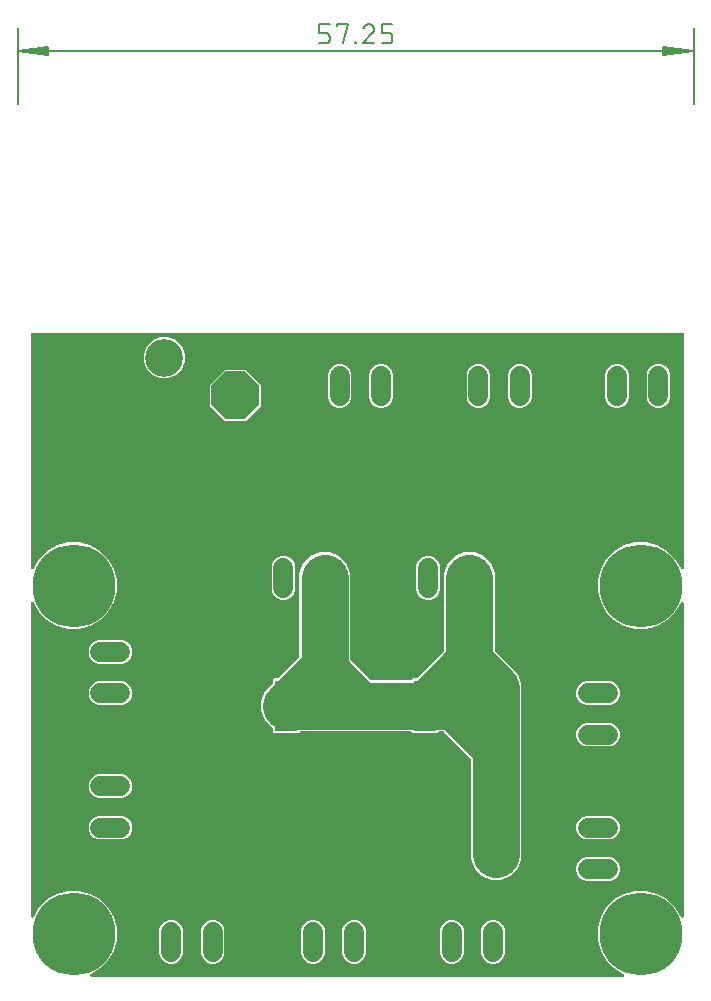
<source format=gbr>
G04 EAGLE Gerber RS-274X export*
G75*
%MOMM*%
%FSLAX34Y34*%
%LPD*%
%INTop Copper*%
%IPPOS*%
%AMOC8*
5,1,8,0,0,1.08239X$1,22.5*%
G01*
%ADD10C,0.130000*%
%ADD11C,0.152400*%
%ADD12C,6.999988*%
%ADD13P,4.346878X8X112.500000*%
%ADD14C,3.200400*%
%ADD15C,1.700000*%
%ADD16R,1.930400X4.318000*%
%ADD17C,4.000000*%
%ADD18C,1.006400*%

G36*
X222604Y-270366D02*
X222604Y-270366D01*
X222729Y-270360D01*
X222776Y-270346D01*
X222826Y-270340D01*
X222943Y-270298D01*
X223064Y-270264D01*
X223107Y-270240D01*
X223154Y-270223D01*
X223259Y-270155D01*
X223368Y-270094D01*
X223405Y-270061D01*
X223447Y-270034D01*
X223533Y-269944D01*
X223626Y-269860D01*
X223654Y-269819D01*
X223689Y-269783D01*
X223753Y-269676D01*
X223824Y-269573D01*
X223842Y-269527D01*
X223868Y-269484D01*
X223906Y-269365D01*
X223951Y-269249D01*
X223959Y-269199D01*
X223974Y-269152D01*
X223984Y-269027D01*
X224002Y-268904D01*
X223998Y-268854D01*
X224002Y-268805D01*
X223983Y-268681D01*
X223973Y-268556D01*
X223957Y-268509D01*
X223950Y-268460D01*
X223904Y-268344D01*
X223865Y-268225D01*
X223840Y-268182D01*
X223821Y-268136D01*
X223750Y-268034D01*
X223685Y-267926D01*
X223651Y-267891D01*
X223622Y-267850D01*
X223530Y-267766D01*
X223442Y-267677D01*
X223391Y-267641D01*
X223364Y-267617D01*
X223322Y-267593D01*
X223241Y-267538D01*
X215433Y-263030D01*
X208633Y-256230D01*
X203824Y-247901D01*
X201335Y-238611D01*
X201335Y-228994D01*
X203824Y-219705D01*
X208633Y-211376D01*
X215433Y-204576D01*
X223762Y-199767D01*
X233051Y-197278D01*
X242668Y-197278D01*
X251958Y-199767D01*
X260287Y-204576D01*
X267087Y-211376D01*
X271595Y-219184D01*
X271669Y-219285D01*
X271737Y-219390D01*
X271773Y-219424D01*
X271802Y-219464D01*
X271898Y-219545D01*
X271988Y-219632D01*
X272030Y-219657D01*
X272068Y-219689D01*
X272179Y-219746D01*
X272287Y-219811D01*
X272334Y-219826D01*
X272378Y-219848D01*
X272500Y-219879D01*
X272619Y-219917D01*
X272668Y-219921D01*
X272716Y-219933D01*
X272842Y-219935D01*
X272966Y-219945D01*
X273015Y-219937D01*
X273065Y-219938D01*
X273187Y-219912D01*
X273311Y-219893D01*
X273357Y-219875D01*
X273405Y-219864D01*
X273518Y-219811D01*
X273635Y-219764D01*
X273675Y-219736D01*
X273720Y-219715D01*
X273818Y-219637D01*
X273921Y-219565D01*
X273954Y-219529D01*
X273993Y-219498D01*
X274071Y-219399D01*
X274154Y-219307D01*
X274178Y-219263D01*
X274209Y-219224D01*
X274262Y-219111D01*
X274323Y-219002D01*
X274336Y-218954D01*
X274357Y-218909D01*
X274384Y-218787D01*
X274418Y-218666D01*
X274423Y-218604D01*
X274430Y-218568D01*
X274429Y-218520D01*
X274437Y-218422D01*
X274437Y45817D01*
X274423Y45941D01*
X274417Y46066D01*
X274403Y46114D01*
X274397Y46163D01*
X274355Y46281D01*
X274321Y46401D01*
X274297Y46444D01*
X274280Y46491D01*
X274212Y46596D01*
X274151Y46705D01*
X274118Y46742D01*
X274091Y46784D01*
X274001Y46871D01*
X273917Y46963D01*
X273876Y46991D01*
X273840Y47026D01*
X273733Y47090D01*
X273630Y47161D01*
X273584Y47179D01*
X273541Y47205D01*
X273422Y47243D01*
X273306Y47289D01*
X273256Y47296D01*
X273209Y47311D01*
X273084Y47321D01*
X272961Y47339D01*
X272911Y47335D01*
X272862Y47339D01*
X272738Y47320D01*
X272613Y47310D01*
X272566Y47295D01*
X272517Y47287D01*
X272401Y47241D01*
X272282Y47203D01*
X272239Y47177D01*
X272193Y47159D01*
X272091Y47087D01*
X271983Y47023D01*
X271948Y46988D01*
X271907Y46960D01*
X271823Y46867D01*
X271734Y46780D01*
X271698Y46728D01*
X271674Y46701D01*
X271651Y46659D01*
X271595Y46578D01*
X267087Y38770D01*
X260287Y31970D01*
X251958Y27162D01*
X242668Y24672D01*
X233051Y24672D01*
X223762Y27162D01*
X215433Y31970D01*
X208633Y38770D01*
X203824Y47099D01*
X201335Y56389D01*
X201335Y66006D01*
X203824Y75295D01*
X208633Y83624D01*
X215433Y90424D01*
X223762Y95233D01*
X233051Y97722D01*
X242668Y97722D01*
X251958Y95233D01*
X260287Y90424D01*
X267087Y83624D01*
X271595Y75816D01*
X271669Y75715D01*
X271737Y75610D01*
X271773Y75576D01*
X271802Y75536D01*
X271898Y75455D01*
X271988Y75368D01*
X272030Y75343D01*
X272068Y75311D01*
X272179Y75254D01*
X272287Y75189D01*
X272334Y75174D01*
X272378Y75152D01*
X272500Y75121D01*
X272619Y75083D01*
X272668Y75079D01*
X272716Y75067D01*
X272842Y75065D01*
X272966Y75055D01*
X273015Y75063D01*
X273065Y75062D01*
X273187Y75088D01*
X273311Y75107D01*
X273357Y75125D01*
X273405Y75136D01*
X273518Y75189D01*
X273635Y75236D01*
X273675Y75264D01*
X273720Y75285D01*
X273818Y75363D01*
X273921Y75435D01*
X273954Y75471D01*
X273993Y75502D01*
X274071Y75601D01*
X274154Y75693D01*
X274178Y75737D01*
X274209Y75776D01*
X274262Y75889D01*
X274323Y75998D01*
X274336Y76046D01*
X274357Y76091D01*
X274384Y76213D01*
X274418Y76334D01*
X274423Y76396D01*
X274430Y76432D01*
X274429Y76480D01*
X274437Y76578D01*
X274437Y273751D01*
X274434Y273777D01*
X274436Y273803D01*
X274414Y273950D01*
X274397Y274097D01*
X274388Y274122D01*
X274385Y274148D01*
X274330Y274286D01*
X274280Y274425D01*
X274266Y274448D01*
X274256Y274472D01*
X274171Y274593D01*
X274091Y274718D01*
X274072Y274737D01*
X274057Y274758D01*
X273947Y274857D01*
X273840Y274960D01*
X273818Y274974D01*
X273798Y274991D01*
X273668Y275063D01*
X273541Y275139D01*
X273516Y275147D01*
X273493Y275160D01*
X273350Y275200D01*
X273209Y275246D01*
X273183Y275248D01*
X273158Y275255D01*
X272914Y275274D01*
X-277194Y275274D01*
X-277220Y275271D01*
X-277246Y275273D01*
X-277393Y275251D01*
X-277540Y275235D01*
X-277565Y275226D01*
X-277591Y275222D01*
X-277729Y275167D01*
X-277868Y275117D01*
X-277891Y275103D01*
X-277915Y275093D01*
X-278036Y275009D01*
X-278161Y274928D01*
X-278180Y274909D01*
X-278201Y274894D01*
X-278300Y274784D01*
X-278403Y274677D01*
X-278417Y274655D01*
X-278434Y274635D01*
X-278506Y274505D01*
X-278582Y274378D01*
X-278590Y274353D01*
X-278603Y274330D01*
X-278643Y274187D01*
X-278688Y274046D01*
X-278691Y274020D01*
X-278698Y273995D01*
X-278717Y273751D01*
X-278717Y76578D01*
X-278703Y76453D01*
X-278697Y76328D01*
X-278683Y76281D01*
X-278677Y76231D01*
X-278635Y76114D01*
X-278601Y75993D01*
X-278577Y75950D01*
X-278560Y75903D01*
X-278492Y75798D01*
X-278431Y75689D01*
X-278398Y75652D01*
X-278371Y75610D01*
X-278281Y75524D01*
X-278197Y75431D01*
X-278156Y75403D01*
X-278120Y75368D01*
X-278013Y75304D01*
X-277910Y75233D01*
X-277864Y75215D01*
X-277821Y75189D01*
X-277702Y75151D01*
X-277586Y75106D01*
X-277537Y75098D01*
X-277489Y75083D01*
X-277365Y75073D01*
X-277241Y75055D01*
X-277191Y75059D01*
X-277142Y75055D01*
X-277018Y75074D01*
X-276894Y75084D01*
X-276846Y75100D01*
X-276797Y75107D01*
X-276681Y75153D01*
X-276562Y75192D01*
X-276519Y75217D01*
X-276473Y75236D01*
X-276371Y75307D01*
X-276264Y75372D01*
X-276228Y75406D01*
X-276187Y75435D01*
X-276104Y75527D01*
X-276014Y75615D01*
X-275978Y75666D01*
X-275954Y75693D01*
X-275931Y75735D01*
X-275875Y75816D01*
X-271367Y83624D01*
X-264567Y90424D01*
X-256238Y95233D01*
X-246949Y97722D01*
X-237332Y97722D01*
X-228042Y95233D01*
X-219713Y90424D01*
X-212913Y83624D01*
X-208105Y75295D01*
X-205615Y66006D01*
X-205615Y56389D01*
X-208105Y47099D01*
X-212913Y38770D01*
X-219713Y31970D01*
X-228042Y27162D01*
X-237332Y24672D01*
X-246949Y24672D01*
X-256238Y27162D01*
X-264567Y31970D01*
X-271367Y38770D01*
X-275875Y46578D01*
X-275949Y46679D01*
X-276017Y46784D01*
X-276053Y46818D01*
X-276083Y46858D01*
X-276178Y46939D01*
X-276268Y47026D01*
X-276311Y47051D01*
X-276348Y47084D01*
X-276460Y47141D01*
X-276567Y47205D01*
X-276614Y47220D01*
X-276658Y47243D01*
X-276780Y47273D01*
X-276899Y47311D01*
X-276948Y47315D01*
X-276997Y47327D01*
X-277122Y47329D01*
X-277246Y47339D01*
X-277295Y47332D01*
X-277345Y47332D01*
X-277467Y47306D01*
X-277591Y47287D01*
X-277637Y47269D01*
X-277686Y47258D01*
X-277799Y47205D01*
X-277915Y47159D01*
X-277956Y47130D01*
X-278000Y47109D01*
X-278098Y47031D01*
X-278201Y46960D01*
X-278234Y46923D01*
X-278273Y46892D01*
X-278351Y46794D01*
X-278434Y46701D01*
X-278458Y46657D01*
X-278489Y46618D01*
X-278543Y46505D01*
X-278603Y46396D01*
X-278616Y46348D01*
X-278638Y46303D01*
X-278664Y46181D01*
X-278698Y46060D01*
X-278703Y45998D01*
X-278710Y45962D01*
X-278709Y45914D01*
X-278717Y45817D01*
X-278717Y-218422D01*
X-278703Y-218547D01*
X-278697Y-218672D01*
X-278683Y-218719D01*
X-278677Y-218769D01*
X-278635Y-218886D01*
X-278601Y-219007D01*
X-278577Y-219050D01*
X-278560Y-219097D01*
X-278492Y-219202D01*
X-278431Y-219311D01*
X-278398Y-219348D01*
X-278371Y-219390D01*
X-278281Y-219476D01*
X-278197Y-219569D01*
X-278156Y-219597D01*
X-278120Y-219632D01*
X-278013Y-219696D01*
X-277910Y-219767D01*
X-277864Y-219785D01*
X-277821Y-219811D01*
X-277702Y-219849D01*
X-277586Y-219894D01*
X-277537Y-219902D01*
X-277489Y-219917D01*
X-277365Y-219927D01*
X-277241Y-219945D01*
X-277191Y-219941D01*
X-277142Y-219945D01*
X-277018Y-219926D01*
X-276894Y-219916D01*
X-276846Y-219900D01*
X-276797Y-219893D01*
X-276681Y-219847D01*
X-276562Y-219808D01*
X-276519Y-219783D01*
X-276473Y-219764D01*
X-276371Y-219693D01*
X-276264Y-219628D01*
X-276228Y-219594D01*
X-276187Y-219565D01*
X-276104Y-219473D01*
X-276014Y-219385D01*
X-275978Y-219334D01*
X-275954Y-219307D01*
X-275931Y-219265D01*
X-275875Y-219184D01*
X-271367Y-211376D01*
X-264567Y-204576D01*
X-256238Y-199767D01*
X-246949Y-197278D01*
X-237332Y-197278D01*
X-228042Y-199767D01*
X-219713Y-204576D01*
X-212913Y-211376D01*
X-208105Y-219705D01*
X-205615Y-228994D01*
X-205615Y-238611D01*
X-208105Y-247901D01*
X-212913Y-256230D01*
X-219713Y-263030D01*
X-227521Y-267538D01*
X-227622Y-267612D01*
X-227727Y-267680D01*
X-227761Y-267716D01*
X-227801Y-267745D01*
X-227882Y-267841D01*
X-227969Y-267931D01*
X-227994Y-267973D01*
X-228027Y-268011D01*
X-228084Y-268122D01*
X-228148Y-268230D01*
X-228163Y-268277D01*
X-228186Y-268321D01*
X-228216Y-268443D01*
X-228254Y-268562D01*
X-228258Y-268611D01*
X-228270Y-268659D01*
X-228272Y-268785D01*
X-228282Y-268909D01*
X-228275Y-268958D01*
X-228275Y-269008D01*
X-228249Y-269130D01*
X-228230Y-269254D01*
X-228212Y-269300D01*
X-228201Y-269348D01*
X-228148Y-269461D01*
X-228102Y-269578D01*
X-228073Y-269618D01*
X-228052Y-269663D01*
X-227974Y-269761D01*
X-227903Y-269864D01*
X-227866Y-269897D01*
X-227835Y-269936D01*
X-227737Y-270014D01*
X-227644Y-270097D01*
X-227600Y-270121D01*
X-227561Y-270152D01*
X-227448Y-270205D01*
X-227339Y-270266D01*
X-227291Y-270279D01*
X-227246Y-270300D01*
X-227124Y-270327D01*
X-227003Y-270361D01*
X-226941Y-270366D01*
X-226905Y-270373D01*
X-226857Y-270372D01*
X-226760Y-270380D01*
X222479Y-270380D01*
X222604Y-270366D01*
G37*
%LPC*%
G36*
X111078Y-187828D02*
X111078Y-187828D01*
X103167Y-184551D01*
X97112Y-178496D01*
X93835Y-170584D01*
X93835Y-85850D01*
X93821Y-85724D01*
X93814Y-85598D01*
X93801Y-85551D01*
X93795Y-85503D01*
X93753Y-85384D01*
X93718Y-85263D01*
X93694Y-85221D01*
X93678Y-85175D01*
X93609Y-85069D01*
X93548Y-84959D01*
X93508Y-84913D01*
X93489Y-84883D01*
X93454Y-84849D01*
X93389Y-84773D01*
X71130Y-62514D01*
X71031Y-62435D01*
X70937Y-62351D01*
X70895Y-62327D01*
X70857Y-62297D01*
X70743Y-62243D01*
X70632Y-62182D01*
X70586Y-62169D01*
X70542Y-62148D01*
X70419Y-62122D01*
X70297Y-62087D01*
X70236Y-62082D01*
X70201Y-62075D01*
X70153Y-62076D01*
X70053Y-62068D01*
X67864Y-62068D01*
X67739Y-62082D01*
X67613Y-62089D01*
X67566Y-62102D01*
X67518Y-62107D01*
X67399Y-62150D01*
X67278Y-62185D01*
X67236Y-62209D01*
X67190Y-62225D01*
X67084Y-62294D01*
X66974Y-62355D01*
X66927Y-62395D01*
X66897Y-62414D01*
X66864Y-62449D01*
X66787Y-62514D01*
X65643Y-63658D01*
X45076Y-63658D01*
X43932Y-62514D01*
X43833Y-62435D01*
X43740Y-62351D01*
X43697Y-62327D01*
X43659Y-62297D01*
X43545Y-62243D01*
X43435Y-62182D01*
X43388Y-62169D01*
X43344Y-62148D01*
X43221Y-62122D01*
X43099Y-62087D01*
X43038Y-62082D01*
X43004Y-62075D01*
X42956Y-62076D01*
X42855Y-62068D01*
X-49636Y-62068D01*
X-49761Y-62082D01*
X-49887Y-62089D01*
X-49934Y-62102D01*
X-49982Y-62107D01*
X-50101Y-62150D01*
X-50222Y-62185D01*
X-50264Y-62209D01*
X-50310Y-62225D01*
X-50416Y-62294D01*
X-50526Y-62355D01*
X-50573Y-62395D01*
X-50603Y-62414D01*
X-50636Y-62449D01*
X-50713Y-62514D01*
X-51857Y-63658D01*
X-72424Y-63658D01*
X-73317Y-62764D01*
X-73317Y-60229D01*
X-73326Y-60153D01*
X-73324Y-60077D01*
X-73345Y-59981D01*
X-73357Y-59883D01*
X-73382Y-59811D01*
X-73399Y-59736D01*
X-73441Y-59648D01*
X-73474Y-59555D01*
X-73516Y-59491D01*
X-73549Y-59422D01*
X-73610Y-59345D01*
X-73663Y-59262D01*
X-73718Y-59209D01*
X-73766Y-59149D01*
X-73843Y-59088D01*
X-73914Y-59020D01*
X-73979Y-58981D01*
X-74039Y-58933D01*
X-74173Y-58865D01*
X-74213Y-58841D01*
X-74231Y-58835D01*
X-74257Y-58822D01*
X-74333Y-58791D01*
X-80388Y-52736D01*
X-83665Y-44824D01*
X-83665Y-36261D01*
X-80388Y-28350D01*
X-73763Y-21725D01*
X-73684Y-21626D01*
X-73600Y-21532D01*
X-73576Y-21490D01*
X-73546Y-21452D01*
X-73492Y-21338D01*
X-73431Y-21227D01*
X-73418Y-21181D01*
X-73397Y-21137D01*
X-73371Y-21014D01*
X-73336Y-20892D01*
X-73332Y-20831D01*
X-73324Y-20796D01*
X-73325Y-20748D01*
X-73317Y-20648D01*
X-73317Y-18321D01*
X-72424Y-17428D01*
X-70097Y-17428D01*
X-69971Y-17414D01*
X-69845Y-17407D01*
X-69799Y-17394D01*
X-69751Y-17388D01*
X-69632Y-17346D01*
X-69510Y-17311D01*
X-69468Y-17287D01*
X-69423Y-17271D01*
X-69316Y-17202D01*
X-69206Y-17140D01*
X-69160Y-17101D01*
X-69130Y-17082D01*
X-69096Y-17047D01*
X-69020Y-16982D01*
X-51611Y427D01*
X-51532Y526D01*
X-51448Y620D01*
X-51424Y662D01*
X-51394Y700D01*
X-51340Y814D01*
X-51279Y925D01*
X-51266Y971D01*
X-51245Y1015D01*
X-51219Y1138D01*
X-51184Y1260D01*
X-51180Y1321D01*
X-51172Y1356D01*
X-51173Y1404D01*
X-51165Y1504D01*
X-51165Y71979D01*
X-47888Y79890D01*
X-41833Y85945D01*
X-33922Y89222D01*
X-25359Y89222D01*
X-17447Y85945D01*
X-11392Y79890D01*
X-8115Y71979D01*
X-8115Y-996D01*
X-8101Y-1122D01*
X-8094Y-1248D01*
X-8081Y-1294D01*
X-8075Y-1342D01*
X-8033Y-1461D01*
X-7998Y-1583D01*
X-7974Y-1625D01*
X-7958Y-1670D01*
X-7889Y-1777D01*
X-7828Y-1887D01*
X-7788Y-1933D01*
X-7769Y-1963D01*
X-7734Y-1997D01*
X-7669Y-2073D01*
X8830Y-18572D01*
X8929Y-18651D01*
X9022Y-18735D01*
X9065Y-18759D01*
X9103Y-18789D01*
X9217Y-18843D01*
X9328Y-18904D01*
X9374Y-18917D01*
X9418Y-18938D01*
X9541Y-18964D01*
X9663Y-18999D01*
X9724Y-19003D01*
X9758Y-19011D01*
X9806Y-19010D01*
X9907Y-19018D01*
X42855Y-19018D01*
X42981Y-19004D01*
X43107Y-18997D01*
X43154Y-18984D01*
X43202Y-18978D01*
X43321Y-18936D01*
X43442Y-18901D01*
X43484Y-18877D01*
X43530Y-18861D01*
X43636Y-18792D01*
X43746Y-18730D01*
X43793Y-18691D01*
X43823Y-18672D01*
X43856Y-18637D01*
X43932Y-18572D01*
X45076Y-17428D01*
X47403Y-17428D01*
X47529Y-17414D01*
X47655Y-17407D01*
X47701Y-17394D01*
X47749Y-17388D01*
X47868Y-17346D01*
X47990Y-17311D01*
X48032Y-17287D01*
X48077Y-17271D01*
X48184Y-17202D01*
X48294Y-17140D01*
X48340Y-17101D01*
X48370Y-17082D01*
X48404Y-17047D01*
X48480Y-16982D01*
X70889Y5427D01*
X70968Y5526D01*
X71052Y5620D01*
X71076Y5662D01*
X71106Y5700D01*
X71160Y5814D01*
X71221Y5925D01*
X71234Y5971D01*
X71255Y6015D01*
X71281Y6138D01*
X71316Y6260D01*
X71320Y6321D01*
X71328Y6356D01*
X71327Y6404D01*
X71335Y6504D01*
X71335Y71979D01*
X74612Y79890D01*
X80667Y85945D01*
X88578Y89222D01*
X97141Y89222D01*
X105053Y85945D01*
X111108Y79890D01*
X114385Y71979D01*
X114385Y6504D01*
X114399Y6378D01*
X114406Y6252D01*
X114419Y6206D01*
X114425Y6158D01*
X114467Y6039D01*
X114502Y5917D01*
X114526Y5875D01*
X114542Y5830D01*
X114611Y5723D01*
X114672Y5613D01*
X114712Y5567D01*
X114731Y5537D01*
X114766Y5503D01*
X114831Y5427D01*
X127338Y-7081D01*
X133608Y-13350D01*
X136885Y-21261D01*
X136885Y-170584D01*
X133608Y-178496D01*
X127553Y-184551D01*
X119641Y-187828D01*
X111078Y-187828D01*
G37*
%LPD*%
%LPC*%
G36*
X-114489Y200492D02*
X-114489Y200492D01*
X-127145Y213148D01*
X-127145Y231046D01*
X-114489Y243702D01*
X-96591Y243702D01*
X-83935Y231046D01*
X-83935Y213148D01*
X-96591Y200492D01*
X-114489Y200492D01*
G37*
%LPD*%
%LPC*%
G36*
X-169026Y236570D02*
X-169026Y236570D01*
X-175468Y239239D01*
X-180398Y244169D01*
X-183067Y250611D01*
X-183067Y257583D01*
X-180398Y264025D01*
X-175468Y268956D01*
X-169026Y271624D01*
X-162054Y271624D01*
X-155612Y268956D01*
X-150682Y264025D01*
X-148013Y257583D01*
X-148013Y250611D01*
X-150682Y244169D01*
X-155612Y239239D01*
X-162054Y236570D01*
X-169026Y236570D01*
G37*
%LPD*%
%LPC*%
G36*
X98366Y211672D02*
X98366Y211672D01*
X94681Y213199D01*
X91861Y216019D01*
X90335Y219703D01*
X90335Y240691D01*
X91861Y244376D01*
X94681Y247196D01*
X98366Y248722D01*
X102354Y248722D01*
X106039Y247196D01*
X108858Y244376D01*
X110385Y240691D01*
X110385Y219703D01*
X108858Y216019D01*
X106039Y213199D01*
X102354Y211672D01*
X98366Y211672D01*
G37*
%LPD*%
%LPC*%
G36*
X15866Y211672D02*
X15866Y211672D01*
X12181Y213199D01*
X9361Y216019D01*
X7835Y219703D01*
X7835Y240691D01*
X9361Y244376D01*
X12181Y247196D01*
X15866Y248722D01*
X19854Y248722D01*
X23539Y247196D01*
X26358Y244376D01*
X27885Y240691D01*
X27885Y219703D01*
X26358Y216019D01*
X23539Y213199D01*
X19854Y211672D01*
X15866Y211672D01*
G37*
%LPD*%
%LPC*%
G36*
X-19134Y211672D02*
X-19134Y211672D01*
X-22819Y213199D01*
X-25639Y216019D01*
X-27165Y219703D01*
X-27165Y240691D01*
X-25639Y244376D01*
X-22819Y247196D01*
X-19134Y248722D01*
X-15146Y248722D01*
X-11461Y247196D01*
X-8642Y244376D01*
X-7115Y240691D01*
X-7115Y219703D01*
X-8642Y216019D01*
X-11461Y213199D01*
X-15146Y211672D01*
X-19134Y211672D01*
G37*
%LPD*%
%LPC*%
G36*
X250866Y211672D02*
X250866Y211672D01*
X247181Y213199D01*
X244361Y216019D01*
X242835Y219703D01*
X242835Y240691D01*
X244361Y244376D01*
X247181Y247196D01*
X250866Y248722D01*
X254854Y248722D01*
X258539Y247196D01*
X261358Y244376D01*
X262885Y240691D01*
X262885Y219703D01*
X261358Y216019D01*
X258539Y213199D01*
X254854Y211672D01*
X250866Y211672D01*
G37*
%LPD*%
%LPC*%
G36*
X215866Y211672D02*
X215866Y211672D01*
X212181Y213199D01*
X209361Y216019D01*
X207835Y219703D01*
X207835Y240691D01*
X209361Y244376D01*
X212181Y247196D01*
X215866Y248722D01*
X219854Y248722D01*
X223539Y247196D01*
X226358Y244376D01*
X227885Y240691D01*
X227885Y219703D01*
X226358Y216019D01*
X223539Y213199D01*
X219854Y211672D01*
X215866Y211672D01*
G37*
%LPD*%
%LPC*%
G36*
X133366Y211672D02*
X133366Y211672D01*
X129681Y213199D01*
X126861Y216019D01*
X125335Y219703D01*
X125335Y240691D01*
X126861Y244376D01*
X129681Y247196D01*
X133366Y248722D01*
X137354Y248722D01*
X141039Y247196D01*
X143858Y244376D01*
X145385Y240691D01*
X145385Y219703D01*
X143858Y216019D01*
X141039Y213199D01*
X137354Y211672D01*
X133366Y211672D01*
G37*
%LPD*%
%LPC*%
G36*
X55866Y49172D02*
X55866Y49172D01*
X52181Y50699D01*
X49361Y53519D01*
X47835Y57203D01*
X47835Y78191D01*
X49361Y81876D01*
X52181Y84696D01*
X55866Y86222D01*
X59854Y86222D01*
X63539Y84696D01*
X66358Y81876D01*
X67885Y78191D01*
X67885Y57203D01*
X66358Y53519D01*
X63539Y50699D01*
X59854Y49172D01*
X55866Y49172D01*
G37*
%LPD*%
%LPC*%
G36*
X-66634Y49172D02*
X-66634Y49172D01*
X-70319Y50699D01*
X-73139Y53519D01*
X-74665Y57203D01*
X-74665Y78191D01*
X-73139Y81876D01*
X-70319Y84696D01*
X-66634Y86222D01*
X-62646Y86222D01*
X-58961Y84696D01*
X-56142Y81876D01*
X-54615Y78191D01*
X-54615Y57203D01*
X-56142Y53519D01*
X-58961Y50699D01*
X-62646Y49172D01*
X-66634Y49172D01*
G37*
%LPD*%
%LPC*%
G36*
X191366Y-40078D02*
X191366Y-40078D01*
X187681Y-38551D01*
X184861Y-35731D01*
X183335Y-32047D01*
X183335Y-28059D01*
X184861Y-24374D01*
X187681Y-21554D01*
X191366Y-20028D01*
X212354Y-20028D01*
X216039Y-21554D01*
X218858Y-24374D01*
X220385Y-28059D01*
X220385Y-32047D01*
X218858Y-35731D01*
X216039Y-38551D01*
X212354Y-40078D01*
X191366Y-40078D01*
G37*
%LPD*%
%LPC*%
G36*
X-221634Y-40078D02*
X-221634Y-40078D01*
X-225319Y-38551D01*
X-228139Y-35731D01*
X-229665Y-32047D01*
X-229665Y-28059D01*
X-228139Y-24374D01*
X-225319Y-21554D01*
X-221634Y-20028D01*
X-200646Y-20028D01*
X-196961Y-21554D01*
X-194142Y-24374D01*
X-192615Y-28059D01*
X-192615Y-32047D01*
X-194142Y-35731D01*
X-196961Y-38551D01*
X-200646Y-40078D01*
X-221634Y-40078D01*
G37*
%LPD*%
%LPC*%
G36*
X191366Y-75078D02*
X191366Y-75078D01*
X187681Y-73551D01*
X184861Y-70731D01*
X183335Y-67047D01*
X183335Y-63059D01*
X184861Y-59374D01*
X187681Y-56554D01*
X191366Y-55028D01*
X212354Y-55028D01*
X216039Y-56554D01*
X218858Y-59374D01*
X220385Y-63059D01*
X220385Y-67047D01*
X218858Y-70731D01*
X216039Y-73551D01*
X212354Y-75078D01*
X191366Y-75078D01*
G37*
%LPD*%
%LPC*%
G36*
X-221634Y-118828D02*
X-221634Y-118828D01*
X-225319Y-117301D01*
X-228139Y-114481D01*
X-229665Y-110797D01*
X-229665Y-106809D01*
X-228139Y-103124D01*
X-225319Y-100304D01*
X-221634Y-98778D01*
X-200646Y-98778D01*
X-196961Y-100304D01*
X-194142Y-103124D01*
X-192615Y-106809D01*
X-192615Y-110797D01*
X-194142Y-114481D01*
X-196961Y-117301D01*
X-200646Y-118828D01*
X-221634Y-118828D01*
G37*
%LPD*%
%LPC*%
G36*
X191366Y-153828D02*
X191366Y-153828D01*
X187681Y-152301D01*
X184861Y-149481D01*
X183335Y-145797D01*
X183335Y-141809D01*
X184861Y-138124D01*
X187681Y-135304D01*
X191366Y-133778D01*
X212354Y-133778D01*
X216039Y-135304D01*
X218858Y-138124D01*
X220385Y-141809D01*
X220385Y-145797D01*
X218858Y-149481D01*
X216039Y-152301D01*
X212354Y-153828D01*
X191366Y-153828D01*
G37*
%LPD*%
%LPC*%
G36*
X-221634Y-153828D02*
X-221634Y-153828D01*
X-225319Y-152301D01*
X-228139Y-149481D01*
X-229665Y-145797D01*
X-229665Y-141809D01*
X-228139Y-138124D01*
X-225319Y-135304D01*
X-221634Y-133778D01*
X-200646Y-133778D01*
X-196961Y-135304D01*
X-194142Y-138124D01*
X-192615Y-141809D01*
X-192615Y-145797D01*
X-194142Y-149481D01*
X-196961Y-152301D01*
X-200646Y-153828D01*
X-221634Y-153828D01*
G37*
%LPD*%
%LPC*%
G36*
X191366Y-188828D02*
X191366Y-188828D01*
X187681Y-187301D01*
X184861Y-184481D01*
X183335Y-180797D01*
X183335Y-176809D01*
X184861Y-173124D01*
X187681Y-170304D01*
X191366Y-168778D01*
X212354Y-168778D01*
X216039Y-170304D01*
X218858Y-173124D01*
X220385Y-176809D01*
X220385Y-180797D01*
X218858Y-184481D01*
X216039Y-187301D01*
X212354Y-188828D01*
X191366Y-188828D01*
G37*
%LPD*%
%LPC*%
G36*
X110866Y-258828D02*
X110866Y-258828D01*
X107181Y-257301D01*
X104361Y-254481D01*
X102835Y-250797D01*
X102835Y-229809D01*
X104361Y-226124D01*
X107181Y-223304D01*
X110866Y-221778D01*
X114854Y-221778D01*
X118539Y-223304D01*
X121358Y-226124D01*
X122885Y-229809D01*
X122885Y-250797D01*
X121358Y-254481D01*
X118539Y-257301D01*
X114854Y-258828D01*
X110866Y-258828D01*
G37*
%LPD*%
%LPC*%
G36*
X75866Y-258828D02*
X75866Y-258828D01*
X72181Y-257301D01*
X69361Y-254481D01*
X67835Y-250797D01*
X67835Y-229809D01*
X69361Y-226124D01*
X72181Y-223304D01*
X75866Y-221778D01*
X79854Y-221778D01*
X83539Y-223304D01*
X86358Y-226124D01*
X87885Y-229809D01*
X87885Y-250797D01*
X86358Y-254481D01*
X83539Y-257301D01*
X79854Y-258828D01*
X75866Y-258828D01*
G37*
%LPD*%
%LPC*%
G36*
X-41634Y-258828D02*
X-41634Y-258828D01*
X-45319Y-257301D01*
X-48139Y-254481D01*
X-49665Y-250797D01*
X-49665Y-229809D01*
X-48139Y-226124D01*
X-45319Y-223304D01*
X-41634Y-221778D01*
X-37646Y-221778D01*
X-33961Y-223304D01*
X-31142Y-226124D01*
X-29615Y-229809D01*
X-29615Y-250797D01*
X-31142Y-254481D01*
X-33961Y-257301D01*
X-37646Y-258828D01*
X-41634Y-258828D01*
G37*
%LPD*%
%LPC*%
G36*
X-126634Y-258828D02*
X-126634Y-258828D01*
X-130319Y-257301D01*
X-133139Y-254481D01*
X-134665Y-250797D01*
X-134665Y-229809D01*
X-133139Y-226124D01*
X-130319Y-223304D01*
X-126634Y-221778D01*
X-122646Y-221778D01*
X-118961Y-223304D01*
X-116142Y-226124D01*
X-114615Y-229809D01*
X-114615Y-250797D01*
X-116142Y-254481D01*
X-118961Y-257301D01*
X-122646Y-258828D01*
X-126634Y-258828D01*
G37*
%LPD*%
%LPC*%
G36*
X-161634Y-258828D02*
X-161634Y-258828D01*
X-165319Y-257301D01*
X-168139Y-254481D01*
X-169665Y-250797D01*
X-169665Y-229809D01*
X-168139Y-226124D01*
X-165319Y-223304D01*
X-161634Y-221778D01*
X-157646Y-221778D01*
X-153961Y-223304D01*
X-151142Y-226124D01*
X-149615Y-229809D01*
X-149615Y-250797D01*
X-151142Y-254481D01*
X-153961Y-257301D01*
X-157646Y-258828D01*
X-161634Y-258828D01*
G37*
%LPD*%
%LPC*%
G36*
X-221634Y-5078D02*
X-221634Y-5078D01*
X-225319Y-3551D01*
X-228139Y-732D01*
X-229665Y2953D01*
X-229665Y6941D01*
X-228139Y10626D01*
X-225319Y13446D01*
X-221634Y14972D01*
X-200646Y14972D01*
X-196961Y13446D01*
X-194142Y10626D01*
X-192615Y6941D01*
X-192615Y2953D01*
X-194142Y-732D01*
X-196961Y-3551D01*
X-200646Y-5078D01*
X-221634Y-5078D01*
G37*
%LPD*%
%LPC*%
G36*
X-6634Y-258828D02*
X-6634Y-258828D01*
X-10319Y-257301D01*
X-13139Y-254481D01*
X-14665Y-250797D01*
X-14665Y-229809D01*
X-13139Y-226124D01*
X-10319Y-223304D01*
X-6634Y-221778D01*
X-2646Y-221778D01*
X1039Y-223304D01*
X3858Y-226124D01*
X5385Y-229809D01*
X5385Y-250797D01*
X3858Y-254481D01*
X1039Y-257301D01*
X-2646Y-258828D01*
X-6634Y-258828D01*
G37*
%LPD*%
D10*
X-289640Y468697D02*
X-289640Y533197D01*
X282860Y533197D02*
X282860Y468697D01*
X282210Y513697D02*
X-288990Y513697D01*
X-263640Y516890D01*
X-263640Y510505D01*
X-288990Y513697D01*
X-263640Y514997D01*
X-263640Y512397D02*
X-288990Y513697D01*
X-263640Y516297D01*
X-263640Y511097D02*
X-288990Y513697D01*
X256860Y516890D02*
X282210Y513697D01*
X256860Y516890D02*
X256860Y510505D01*
X282210Y513697D01*
X256860Y514997D01*
X256860Y512397D02*
X282210Y513697D01*
X256860Y516297D01*
X256860Y511097D02*
X282210Y513697D01*
D11*
X-29119Y520204D02*
X-34538Y520204D01*
X-29119Y520205D02*
X-29001Y520207D01*
X-28883Y520213D01*
X-28765Y520222D01*
X-28648Y520236D01*
X-28531Y520253D01*
X-28414Y520274D01*
X-28299Y520299D01*
X-28184Y520328D01*
X-28070Y520361D01*
X-27958Y520397D01*
X-27847Y520437D01*
X-27737Y520480D01*
X-27628Y520527D01*
X-27521Y520577D01*
X-27416Y520632D01*
X-27313Y520689D01*
X-27212Y520750D01*
X-27112Y520814D01*
X-27015Y520881D01*
X-26920Y520951D01*
X-26828Y521025D01*
X-26737Y521101D01*
X-26650Y521181D01*
X-26565Y521263D01*
X-26483Y521348D01*
X-26403Y521435D01*
X-26327Y521526D01*
X-26253Y521618D01*
X-26183Y521713D01*
X-26116Y521810D01*
X-26052Y521910D01*
X-25991Y522011D01*
X-25934Y522114D01*
X-25879Y522219D01*
X-25829Y522326D01*
X-25782Y522435D01*
X-25739Y522545D01*
X-25699Y522656D01*
X-25663Y522768D01*
X-25630Y522882D01*
X-25601Y522997D01*
X-25576Y523112D01*
X-25555Y523229D01*
X-25538Y523346D01*
X-25524Y523463D01*
X-25515Y523581D01*
X-25509Y523699D01*
X-25507Y523817D01*
X-25507Y525623D01*
X-25509Y525741D01*
X-25515Y525859D01*
X-25524Y525977D01*
X-25538Y526094D01*
X-25555Y526211D01*
X-25576Y526328D01*
X-25601Y526443D01*
X-25630Y526558D01*
X-25663Y526672D01*
X-25699Y526784D01*
X-25739Y526895D01*
X-25782Y527005D01*
X-25829Y527114D01*
X-25879Y527221D01*
X-25934Y527326D01*
X-25991Y527429D01*
X-26052Y527530D01*
X-26116Y527630D01*
X-26183Y527727D01*
X-26253Y527822D01*
X-26327Y527914D01*
X-26403Y528005D01*
X-26483Y528092D01*
X-26565Y528177D01*
X-26650Y528259D01*
X-26737Y528339D01*
X-26828Y528415D01*
X-26920Y528489D01*
X-27015Y528559D01*
X-27112Y528626D01*
X-27212Y528690D01*
X-27313Y528751D01*
X-27416Y528808D01*
X-27521Y528863D01*
X-27628Y528913D01*
X-27737Y528960D01*
X-27847Y529003D01*
X-27958Y529043D01*
X-28070Y529079D01*
X-28184Y529112D01*
X-28299Y529141D01*
X-28414Y529166D01*
X-28531Y529187D01*
X-28648Y529204D01*
X-28765Y529218D01*
X-28883Y529227D01*
X-29001Y529233D01*
X-29119Y529235D01*
X-34538Y529235D01*
X-34538Y536460D01*
X-25507Y536460D01*
X-18907Y536460D02*
X-18907Y534654D01*
X-18907Y536460D02*
X-9876Y536460D01*
X-14391Y520204D01*
X-3901Y520204D02*
X-3901Y521107D01*
X-2998Y521107D01*
X-2998Y520204D01*
X-3901Y520204D01*
X12008Y532396D02*
X12006Y532521D01*
X12000Y532646D01*
X11991Y532771D01*
X11977Y532895D01*
X11960Y533019D01*
X11939Y533143D01*
X11914Y533265D01*
X11885Y533387D01*
X11853Y533508D01*
X11817Y533628D01*
X11777Y533747D01*
X11734Y533864D01*
X11687Y533980D01*
X11636Y534095D01*
X11582Y534207D01*
X11524Y534319D01*
X11464Y534428D01*
X11399Y534535D01*
X11332Y534641D01*
X11261Y534744D01*
X11187Y534845D01*
X11110Y534944D01*
X11030Y535040D01*
X10947Y535134D01*
X10862Y535225D01*
X10773Y535314D01*
X10682Y535399D01*
X10588Y535482D01*
X10492Y535562D01*
X10393Y535639D01*
X10292Y535713D01*
X10189Y535784D01*
X10083Y535851D01*
X9976Y535916D01*
X9867Y535976D01*
X9755Y536034D01*
X9643Y536088D01*
X9528Y536139D01*
X9412Y536186D01*
X9295Y536229D01*
X9176Y536269D01*
X9056Y536305D01*
X8935Y536337D01*
X8813Y536366D01*
X8691Y536391D01*
X8567Y536412D01*
X8443Y536429D01*
X8319Y536443D01*
X8194Y536452D01*
X8069Y536458D01*
X7944Y536460D01*
X7801Y536458D01*
X7659Y536452D01*
X7516Y536442D01*
X7374Y536429D01*
X7233Y536411D01*
X7091Y536390D01*
X6951Y536365D01*
X6811Y536336D01*
X6672Y536303D01*
X6534Y536266D01*
X6397Y536226D01*
X6262Y536182D01*
X6127Y536134D01*
X5994Y536082D01*
X5862Y536027D01*
X5732Y535968D01*
X5604Y535906D01*
X5477Y535840D01*
X5352Y535771D01*
X5229Y535699D01*
X5109Y535623D01*
X4990Y535544D01*
X4873Y535461D01*
X4759Y535376D01*
X4647Y535287D01*
X4538Y535196D01*
X4431Y535101D01*
X4326Y535004D01*
X4225Y534903D01*
X4126Y534800D01*
X4030Y534695D01*
X3937Y534586D01*
X3847Y534475D01*
X3760Y534362D01*
X3676Y534247D01*
X3596Y534129D01*
X3518Y534009D01*
X3444Y533887D01*
X3374Y533763D01*
X3306Y533637D01*
X3243Y533509D01*
X3182Y533380D01*
X3125Y533249D01*
X3072Y533117D01*
X3023Y532983D01*
X2977Y532848D01*
X10653Y529235D02*
X10747Y529327D01*
X10837Y529421D01*
X10925Y529518D01*
X11010Y529618D01*
X11092Y529720D01*
X11171Y529825D01*
X11246Y529932D01*
X11318Y530041D01*
X11387Y530152D01*
X11453Y530266D01*
X11515Y530381D01*
X11574Y530498D01*
X11629Y530617D01*
X11680Y530737D01*
X11728Y530859D01*
X11773Y530982D01*
X11813Y531106D01*
X11850Y531232D01*
X11883Y531359D01*
X11912Y531486D01*
X11938Y531615D01*
X11959Y531744D01*
X11977Y531874D01*
X11990Y532004D01*
X12000Y532134D01*
X12006Y532265D01*
X12008Y532396D01*
X10653Y529235D02*
X2977Y520204D01*
X12008Y520204D01*
X18608Y520204D02*
X24027Y520204D01*
X24027Y520205D02*
X24145Y520207D01*
X24263Y520213D01*
X24381Y520222D01*
X24498Y520236D01*
X24615Y520253D01*
X24732Y520274D01*
X24847Y520299D01*
X24962Y520328D01*
X25076Y520361D01*
X25188Y520397D01*
X25299Y520437D01*
X25409Y520480D01*
X25518Y520527D01*
X25625Y520577D01*
X25730Y520632D01*
X25833Y520689D01*
X25934Y520750D01*
X26034Y520814D01*
X26131Y520881D01*
X26226Y520951D01*
X26318Y521025D01*
X26409Y521101D01*
X26496Y521181D01*
X26581Y521263D01*
X26663Y521348D01*
X26743Y521435D01*
X26819Y521526D01*
X26893Y521618D01*
X26963Y521713D01*
X27030Y521810D01*
X27094Y521910D01*
X27155Y522011D01*
X27212Y522114D01*
X27267Y522219D01*
X27317Y522326D01*
X27364Y522435D01*
X27407Y522545D01*
X27447Y522656D01*
X27483Y522768D01*
X27516Y522882D01*
X27545Y522997D01*
X27570Y523112D01*
X27591Y523229D01*
X27608Y523346D01*
X27622Y523463D01*
X27631Y523581D01*
X27637Y523699D01*
X27639Y523817D01*
X27639Y525623D01*
X27637Y525741D01*
X27631Y525859D01*
X27622Y525977D01*
X27608Y526094D01*
X27591Y526211D01*
X27570Y526328D01*
X27545Y526443D01*
X27516Y526558D01*
X27483Y526672D01*
X27447Y526784D01*
X27407Y526895D01*
X27364Y527005D01*
X27317Y527114D01*
X27267Y527221D01*
X27212Y527326D01*
X27155Y527429D01*
X27094Y527530D01*
X27030Y527630D01*
X26963Y527727D01*
X26893Y527822D01*
X26819Y527914D01*
X26743Y528005D01*
X26663Y528092D01*
X26581Y528177D01*
X26496Y528259D01*
X26409Y528339D01*
X26318Y528415D01*
X26226Y528489D01*
X26131Y528559D01*
X26034Y528626D01*
X25934Y528690D01*
X25833Y528751D01*
X25730Y528808D01*
X25625Y528863D01*
X25518Y528913D01*
X25409Y528960D01*
X25299Y529003D01*
X25188Y529043D01*
X25076Y529079D01*
X24962Y529112D01*
X24847Y529141D01*
X24732Y529166D01*
X24615Y529187D01*
X24498Y529204D01*
X24381Y529218D01*
X24263Y529227D01*
X24145Y529233D01*
X24027Y529235D01*
X18608Y529235D01*
X18608Y536460D01*
X27639Y536460D01*
D12*
X-242140Y-233803D03*
X237860Y61197D03*
X-242140Y61197D03*
X237860Y-233803D03*
D13*
X-105540Y150097D03*
X-105540Y222097D03*
D14*
X-165540Y119097D03*
X-165540Y254097D03*
D15*
X-52140Y238697D02*
X-52140Y221697D01*
X-17140Y221697D02*
X-17140Y238697D01*
X17860Y238697D02*
X17860Y221697D01*
X65360Y221697D02*
X65360Y238697D01*
X100360Y238697D02*
X100360Y221697D01*
X135360Y221697D02*
X135360Y238697D01*
X182860Y238697D02*
X182860Y221697D01*
X217860Y221697D02*
X217860Y238697D01*
X252860Y238697D02*
X252860Y221697D01*
X22860Y76197D02*
X22860Y59197D01*
X57860Y59197D02*
X57860Y76197D01*
X92860Y76197D02*
X92860Y59197D01*
X-99640Y59197D02*
X-99640Y76197D01*
X-64640Y76197D02*
X-64640Y59197D01*
X-29640Y59197D02*
X-29640Y76197D01*
X193360Y4947D02*
X210360Y4947D01*
X210360Y-30053D02*
X193360Y-30053D01*
X193360Y-65053D02*
X210360Y-65053D01*
X210360Y-108803D02*
X193360Y-108803D01*
X193360Y-143803D02*
X210360Y-143803D01*
X210360Y-178803D02*
X193360Y-178803D01*
X-202640Y-65053D02*
X-219640Y-65053D01*
X-219640Y-30053D02*
X-202640Y-30053D01*
X-202640Y4947D02*
X-219640Y4947D01*
X-219640Y-178803D02*
X-202640Y-178803D01*
X-202640Y-143803D02*
X-219640Y-143803D01*
X-219640Y-108803D02*
X-202640Y-108803D01*
X147860Y-231803D02*
X147860Y-248803D01*
X112860Y-248803D02*
X112860Y-231803D01*
X77860Y-231803D02*
X77860Y-248803D01*
X-89640Y-248803D02*
X-89640Y-231803D01*
X-124640Y-231803D02*
X-124640Y-248803D01*
X-159640Y-248803D02*
X-159640Y-231803D01*
X30360Y-231803D02*
X30360Y-248803D01*
X-4640Y-248803D02*
X-4640Y-231803D01*
X-39640Y-231803D02*
X-39640Y-248803D01*
D16*
X-62140Y-137063D03*
X-62140Y-40543D03*
X55360Y-137063D03*
X55360Y-40543D03*
D17*
X-29640Y-8043D02*
X-29640Y67697D01*
X-29640Y-8043D02*
X-62140Y-40543D01*
X360Y-40543D01*
X55360Y-40543D01*
X-29640Y-10543D02*
X-29640Y-8043D01*
X-29640Y-10543D02*
X360Y-40543D01*
X55360Y-40543D02*
X92860Y-3043D01*
X92860Y67697D01*
X92860Y-3043D02*
X115360Y-25543D01*
X115360Y-76303D01*
X115360Y-166303D01*
X79600Y-40543D02*
X55360Y-40543D01*
X79600Y-40543D02*
X115360Y-76303D01*
D18*
X102860Y-153803D03*
X127860Y-153803D03*
X115360Y-163803D03*
X125360Y-173803D03*
X105360Y-173803D03*
X125360Y-21303D03*
X112860Y-8803D03*
X125360Y-38803D03*
X110360Y-26303D03*
X95360Y-13803D03*
X100360Y1197D03*
X115360Y-51303D03*
X127860Y-63803D03*
X77860Y-26303D03*
X120360Y-113803D03*
X120360Y-98803D03*
X120360Y-81303D03*
M02*

</source>
